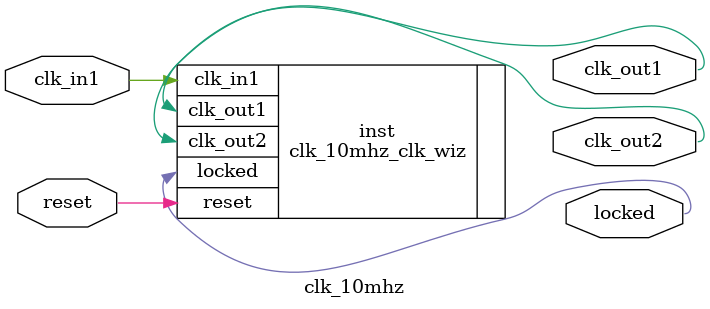
<source format=v>


`timescale 1ps/1ps

(* CORE_GENERATION_INFO = "clk_10mhz,clk_wiz_v6_0_4_0_0,{component_name=clk_10mhz,use_phase_alignment=true,use_min_o_jitter=false,use_max_i_jitter=false,use_dyn_phase_shift=false,use_inclk_switchover=false,use_dyn_reconfig=false,enable_axi=0,feedback_source=FDBK_AUTO,PRIMITIVE=MMCM,num_out_clk=2,clkin1_period=10.000,clkin2_period=10.000,use_power_down=false,use_reset=true,use_locked=true,use_inclk_stopped=false,feedback_type=SINGLE,CLOCK_MGR_TYPE=NA,manual_override=false}" *)

module clk_10mhz 
 (
  // Clock out ports
  output        clk_out1,
  output        clk_out2,
  // Status and control signals
  input         reset,
  output        locked,
 // Clock in ports
  input         clk_in1
 );

  clk_10mhz_clk_wiz inst
  (
  // Clock out ports  
  .clk_out1(clk_out1),
  .clk_out2(clk_out2),
  // Status and control signals               
  .reset(reset), 
  .locked(locked),
 // Clock in ports
  .clk_in1(clk_in1)
  );

endmodule

</source>
